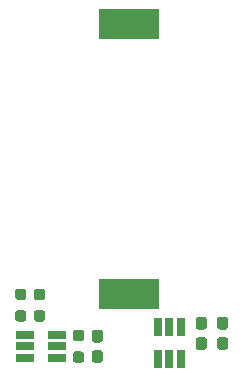
<source format=gbr>
%TF.GenerationSoftware,KiCad,Pcbnew,5.1.9*%
%TF.CreationDate,2021-01-01T13:20:52-05:00*%
%TF.ProjectId,card_lights,63617264-5f6c-4696-9768-74732e6b6963,rev?*%
%TF.SameCoordinates,PX754d4c0PY5e69ec0*%
%TF.FileFunction,Paste,Top*%
%TF.FilePolarity,Positive*%
%FSLAX46Y46*%
G04 Gerber Fmt 4.6, Leading zero omitted, Abs format (unit mm)*
G04 Created by KiCad (PCBNEW 5.1.9) date 2021-01-01 13:20:52*
%MOMM*%
%LPD*%
G01*
G04 APERTURE LIST*
%ADD10R,5.080000X2.540000*%
%ADD11R,0.650000X1.560000*%
%ADD12R,1.560000X0.650000*%
G04 APERTURE END LIST*
D10*
%TO.C,BT1*%
X-11627000Y-11570000D03*
X-11627000Y-34430000D03*
%TD*%
D11*
%TO.C,U2*%
X-9150000Y-39950000D03*
X-8200000Y-39950000D03*
X-7250000Y-39950000D03*
X-7250000Y-37250000D03*
X-9150000Y-37250000D03*
X-8200000Y-37250000D03*
%TD*%
D12*
%TO.C,U1*%
X-20450000Y-37950000D03*
X-20450000Y-38900000D03*
X-20450000Y-39850000D03*
X-17750000Y-39850000D03*
X-17750000Y-37950000D03*
X-17750000Y-38900000D03*
%TD*%
%TO.C,R1*%
G36*
G01*
X-19437500Y-34000000D02*
X-18962500Y-34000000D01*
G75*
G02*
X-18725000Y-34237500I0J-237500D01*
G01*
X-18725000Y-34737500D01*
G75*
G02*
X-18962500Y-34975000I-237500J0D01*
G01*
X-19437500Y-34975000D01*
G75*
G02*
X-19675000Y-34737500I0J237500D01*
G01*
X-19675000Y-34237500D01*
G75*
G02*
X-19437500Y-34000000I237500J0D01*
G01*
G37*
G36*
G01*
X-19437500Y-35825000D02*
X-18962500Y-35825000D01*
G75*
G02*
X-18725000Y-36062500I0J-237500D01*
G01*
X-18725000Y-36562500D01*
G75*
G02*
X-18962500Y-36800000I-237500J0D01*
G01*
X-19437500Y-36800000D01*
G75*
G02*
X-19675000Y-36562500I0J237500D01*
G01*
X-19675000Y-36062500D01*
G75*
G02*
X-19437500Y-35825000I237500J0D01*
G01*
G37*
%TD*%
%TO.C,R2*%
G36*
G01*
X-21037500Y-35825000D02*
X-20562500Y-35825000D01*
G75*
G02*
X-20325000Y-36062500I0J-237500D01*
G01*
X-20325000Y-36562500D01*
G75*
G02*
X-20562500Y-36800000I-237500J0D01*
G01*
X-21037500Y-36800000D01*
G75*
G02*
X-21275000Y-36562500I0J237500D01*
G01*
X-21275000Y-36062500D01*
G75*
G02*
X-21037500Y-35825000I237500J0D01*
G01*
G37*
G36*
G01*
X-21037500Y-34000000D02*
X-20562500Y-34000000D01*
G75*
G02*
X-20325000Y-34237500I0J-237500D01*
G01*
X-20325000Y-34737500D01*
G75*
G02*
X-20562500Y-34975000I-237500J0D01*
G01*
X-21037500Y-34975000D01*
G75*
G02*
X-21275000Y-34737500I0J237500D01*
G01*
X-21275000Y-34237500D01*
G75*
G02*
X-21037500Y-34000000I237500J0D01*
G01*
G37*
%TD*%
%TO.C,C1*%
G36*
G01*
X-14062500Y-40300000D02*
X-14537500Y-40300000D01*
G75*
G02*
X-14775000Y-40062500I0J237500D01*
G01*
X-14775000Y-39462500D01*
G75*
G02*
X-14537500Y-39225000I237500J0D01*
G01*
X-14062500Y-39225000D01*
G75*
G02*
X-13825000Y-39462500I0J-237500D01*
G01*
X-13825000Y-40062500D01*
G75*
G02*
X-14062500Y-40300000I-237500J0D01*
G01*
G37*
G36*
G01*
X-14062500Y-38575000D02*
X-14537500Y-38575000D01*
G75*
G02*
X-14775000Y-38337500I0J237500D01*
G01*
X-14775000Y-37737500D01*
G75*
G02*
X-14537500Y-37500000I237500J0D01*
G01*
X-14062500Y-37500000D01*
G75*
G02*
X-13825000Y-37737500I0J-237500D01*
G01*
X-13825000Y-38337500D01*
G75*
G02*
X-14062500Y-38575000I-237500J0D01*
G01*
G37*
%TD*%
%TO.C,C2*%
G36*
G01*
X-5262500Y-37475000D02*
X-5737500Y-37475000D01*
G75*
G02*
X-5975000Y-37237500I0J237500D01*
G01*
X-5975000Y-36637500D01*
G75*
G02*
X-5737500Y-36400000I237500J0D01*
G01*
X-5262500Y-36400000D01*
G75*
G02*
X-5025000Y-36637500I0J-237500D01*
G01*
X-5025000Y-37237500D01*
G75*
G02*
X-5262500Y-37475000I-237500J0D01*
G01*
G37*
G36*
G01*
X-5262500Y-39200000D02*
X-5737500Y-39200000D01*
G75*
G02*
X-5975000Y-38962500I0J237500D01*
G01*
X-5975000Y-38362500D01*
G75*
G02*
X-5737500Y-38125000I237500J0D01*
G01*
X-5262500Y-38125000D01*
G75*
G02*
X-5025000Y-38362500I0J-237500D01*
G01*
X-5025000Y-38962500D01*
G75*
G02*
X-5262500Y-39200000I-237500J0D01*
G01*
G37*
%TD*%
%TO.C,R3*%
G36*
G01*
X-16137500Y-39325000D02*
X-15662500Y-39325000D01*
G75*
G02*
X-15425000Y-39562500I0J-237500D01*
G01*
X-15425000Y-40062500D01*
G75*
G02*
X-15662500Y-40300000I-237500J0D01*
G01*
X-16137500Y-40300000D01*
G75*
G02*
X-16375000Y-40062500I0J237500D01*
G01*
X-16375000Y-39562500D01*
G75*
G02*
X-16137500Y-39325000I237500J0D01*
G01*
G37*
G36*
G01*
X-16137500Y-37500000D02*
X-15662500Y-37500000D01*
G75*
G02*
X-15425000Y-37737500I0J-237500D01*
G01*
X-15425000Y-38237500D01*
G75*
G02*
X-15662500Y-38475000I-237500J0D01*
G01*
X-16137500Y-38475000D01*
G75*
G02*
X-16375000Y-38237500I0J237500D01*
G01*
X-16375000Y-37737500D01*
G75*
G02*
X-16137500Y-37500000I237500J0D01*
G01*
G37*
%TD*%
%TO.C,C3*%
G36*
G01*
X-3462500Y-39200000D02*
X-3937500Y-39200000D01*
G75*
G02*
X-4175000Y-38962500I0J237500D01*
G01*
X-4175000Y-38362500D01*
G75*
G02*
X-3937500Y-38125000I237500J0D01*
G01*
X-3462500Y-38125000D01*
G75*
G02*
X-3225000Y-38362500I0J-237500D01*
G01*
X-3225000Y-38962500D01*
G75*
G02*
X-3462500Y-39200000I-237500J0D01*
G01*
G37*
G36*
G01*
X-3462500Y-37475000D02*
X-3937500Y-37475000D01*
G75*
G02*
X-4175000Y-37237500I0J237500D01*
G01*
X-4175000Y-36637500D01*
G75*
G02*
X-3937500Y-36400000I237500J0D01*
G01*
X-3462500Y-36400000D01*
G75*
G02*
X-3225000Y-36637500I0J-237500D01*
G01*
X-3225000Y-37237500D01*
G75*
G02*
X-3462500Y-37475000I-237500J0D01*
G01*
G37*
%TD*%
M02*

</source>
